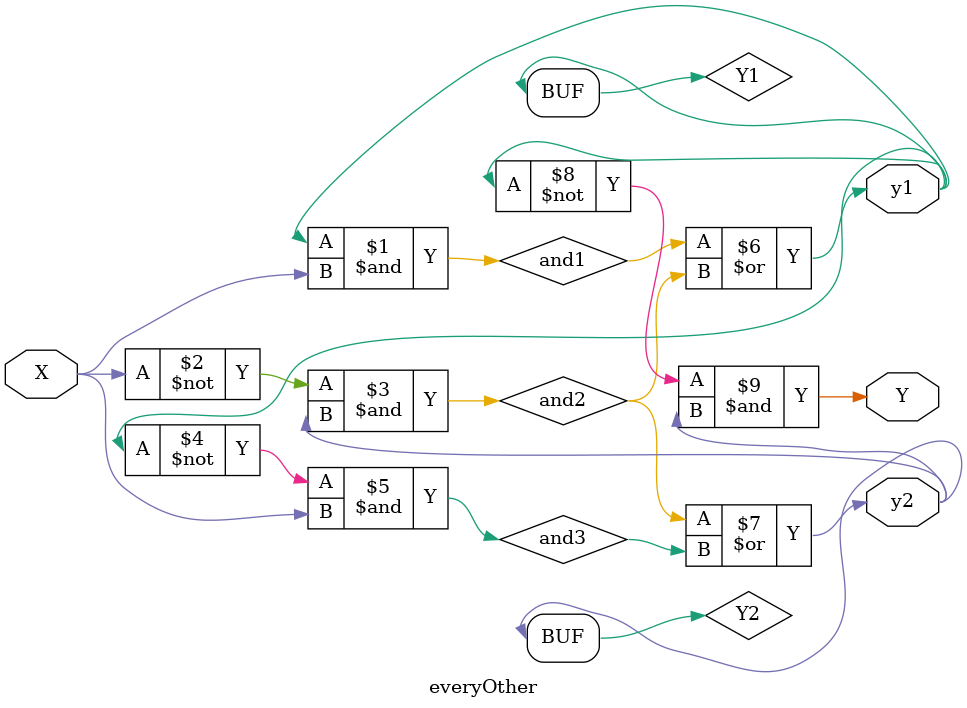
<source format=sv>
`timescale 1ns / 1ps

module everyOther(
    input X,
    output Y,
    output y1,
    output y2
    );
    
    wire and1;
    wire and2;
    wire and3;
    
    // combinatory loops
    
    assign y1 = Y1;
    assign y2 = Y2;
    assign and1 = y1 & X;
    assign and2 = ~X & y2;
    assign and3 = ~y1 & X;
    assign Y1 = and1 | and2;
    assign Y2 = and2 | and3;
    assign Y = ~ Y1 & Y2;
    
    
endmodule

</source>
